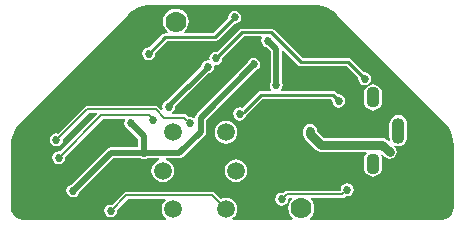
<source format=gbl>
%FSLAX25Y25*%
%MOIN*%
G70*
G01*
G75*
G04 Layer_Physical_Order=2*
G04 Layer_Color=16711680*
%ADD10R,0.01575X0.01772*%
%ADD11R,0.01772X0.01575*%
%ADD12R,0.08268X0.03543*%
%ADD13R,0.05906X0.01575*%
%ADD14R,0.03150X0.05709*%
%ADD15R,0.01969X0.01378*%
%ADD16R,0.04331X0.02362*%
%ADD17R,0.03740X0.02559*%
%ADD18R,0.03150X0.01575*%
%ADD19R,0.01575X0.03150*%
%ADD20O,0.01575X0.03150*%
%ADD21R,0.08268X0.08268*%
%ADD22R,0.03150X0.01181*%
%ADD23R,0.01181X0.03150*%
%ADD24O,0.01181X0.03150*%
%ADD25R,0.12598X0.12598*%
%ADD26R,0.10630X0.10630*%
%ADD27R,0.03347X0.01102*%
%ADD28R,0.01102X0.03347*%
%ADD29R,0.05315X0.05906*%
%ADD30R,0.02362X0.01969*%
%ADD31R,0.01969X0.02362*%
%ADD32R,0.01181X0.01575*%
G04:AMPARAMS|DCode=33|XSize=59.06mil|YSize=59.06mil|CornerRadius=14.76mil|HoleSize=0mil|Usage=FLASHONLY|Rotation=0.000|XOffset=0mil|YOffset=0mil|HoleType=Round|Shape=RoundedRectangle|*
%AMROUNDEDRECTD33*
21,1,0.05906,0.02953,0,0,0.0*
21,1,0.02953,0.05906,0,0,0.0*
1,1,0.02953,0.01476,-0.01476*
1,1,0.02953,-0.01476,-0.01476*
1,1,0.02953,-0.01476,0.01476*
1,1,0.02953,0.01476,0.01476*
%
%ADD33ROUNDEDRECTD33*%
%ADD34C,0.00800*%
%ADD35C,0.03000*%
%ADD36C,0.01500*%
%ADD37C,0.01000*%
%ADD38C,0.01900*%
%ADD39C,0.01300*%
%ADD40O,0.04331X0.08661*%
%ADD41O,0.04331X0.07087*%
%ADD42C,0.15748*%
%ADD43C,0.05906*%
%ADD44C,0.07000*%
%ADD45C,0.02700*%
%ADD46C,0.02000*%
G36*
X349487Y435475D02*
X351176Y435069D01*
X352781Y434405D01*
X354261Y433497D01*
X355573Y432377D01*
X355580Y432367D01*
X391422Y396524D01*
X391432Y396517D01*
X392552Y395206D01*
X393460Y393725D01*
X394124Y392121D01*
X394530Y390432D01*
X394665Y388713D01*
X394663Y388701D01*
Y367992D01*
X394665Y367981D01*
X394530Y366958D01*
X394131Y365994D01*
X393495Y365166D01*
X392668Y364531D01*
X391704Y364131D01*
X390680Y363997D01*
X390669Y363999D01*
X346795D01*
X346634Y364472D01*
X346877Y364659D01*
X347564Y365554D01*
X347996Y366597D01*
X348143Y367717D01*
X347996Y368836D01*
X347564Y369879D01*
X346877Y370774D01*
X347031Y371230D01*
X357480D01*
X357480Y371230D01*
X357944Y371322D01*
X358336Y371585D01*
X358665Y371914D01*
X359055Y371836D01*
X359889Y372002D01*
X360596Y372475D01*
X361069Y373182D01*
X361234Y374016D01*
X361069Y374850D01*
X360596Y375557D01*
X359889Y376029D01*
X359055Y376195D01*
X358221Y376029D01*
X357514Y375557D01*
X357042Y374850D01*
X356876Y374016D01*
X356577Y373652D01*
X338878D01*
X338415Y373559D01*
X338022Y373297D01*
X338022Y373297D01*
X337693Y372968D01*
X337303Y373045D01*
X336469Y372880D01*
X335762Y372407D01*
X335290Y371700D01*
X335124Y370866D01*
X335290Y370032D01*
X335762Y369325D01*
X336469Y368853D01*
X337303Y368687D01*
X338137Y368853D01*
X338844Y369325D01*
X339317Y370032D01*
X339482Y370866D01*
X339781Y371230D01*
X340606D01*
X340761Y370774D01*
X340074Y369879D01*
X339642Y368836D01*
X339494Y367717D01*
X339642Y366597D01*
X340074Y365554D01*
X340761Y364659D01*
X341004Y364472D01*
X340843Y363999D01*
X321034D01*
X320873Y364472D01*
X321368Y364852D01*
X321968Y365634D01*
X322345Y366543D01*
X322473Y367520D01*
X322345Y368496D01*
X321968Y369406D01*
X321368Y370187D01*
X320587Y370787D01*
X319677Y371164D01*
X318701Y371292D01*
X317724Y371164D01*
X317049Y370884D01*
X315029Y372903D01*
X314636Y373166D01*
X314173Y373258D01*
X314173Y373258D01*
X285433D01*
X285433Y373258D01*
X284970Y373166D01*
X284577Y372903D01*
X280705Y369031D01*
X280315Y369108D01*
X279481Y368942D01*
X278774Y368470D01*
X278302Y367763D01*
X278136Y366929D01*
X278302Y366095D01*
X278774Y365388D01*
X279481Y364916D01*
X280315Y364750D01*
X281149Y364916D01*
X281856Y365388D01*
X282328Y366095D01*
X282494Y366929D01*
X282417Y367319D01*
X285934Y370837D01*
X298385D01*
X298546Y370363D01*
X298317Y370187D01*
X297717Y369406D01*
X297340Y368496D01*
X297212Y367520D01*
X297340Y366543D01*
X297717Y365634D01*
X298317Y364852D01*
X298812Y364472D01*
X298651Y363999D01*
X251063D01*
X251052Y363997D01*
X250028Y364131D01*
X249065Y364531D01*
X248237Y365166D01*
X247602Y365994D01*
X247202Y366958D01*
X247068Y367981D01*
X247070Y367992D01*
Y388701D01*
X247067Y388713D01*
X247202Y390432D01*
X247608Y392121D01*
X248273Y393725D01*
X249180Y395206D01*
X250300Y396517D01*
X250310Y396524D01*
X286153Y432367D01*
X286160Y432377D01*
X287471Y433497D01*
X288952Y434405D01*
X290556Y435069D01*
X292245Y435475D01*
X293964Y435610D01*
X293976Y435607D01*
X347756D01*
X347768Y435610D01*
X349487Y435475D01*
D02*
G37*
%LPC*%
G36*
X376181Y398844D02*
X375410Y398743D01*
X374692Y398445D01*
X374075Y397972D01*
X373602Y397355D01*
X373304Y396637D01*
X373203Y395866D01*
Y391535D01*
X373304Y390765D01*
X373470Y390364D01*
X373055Y390086D01*
X372515Y390626D01*
X371759Y391131D01*
X370866Y391309D01*
X351360D01*
X349183Y393486D01*
Y393701D01*
X349005Y394593D01*
X348499Y395350D01*
X347743Y395855D01*
X346850Y396033D01*
X345958Y395855D01*
X345201Y395350D01*
X344696Y394593D01*
X344518Y393701D01*
Y392520D01*
X344518Y392520D01*
X344518D01*
X344696Y391627D01*
X345201Y390871D01*
X348745Y387327D01*
X348745D01*
X348745Y387327D01*
X348745Y387327D01*
Y387327D01*
X349501Y386822D01*
X350394Y386644D01*
X365462D01*
X365623Y386171D01*
X365611Y386161D01*
X365137Y385544D01*
X364840Y384826D01*
X364738Y384055D01*
Y381299D01*
X364840Y380528D01*
X365137Y379810D01*
X365611Y379193D01*
X366227Y378720D01*
X366946Y378422D01*
X367717Y378321D01*
X368487Y378422D01*
X369206Y378720D01*
X369823Y379193D01*
X370296Y379810D01*
X370593Y380528D01*
X370695Y381299D01*
Y384055D01*
X370593Y384826D01*
X370296Y385544D01*
X370694Y385850D01*
X371579Y384965D01*
X372336Y384459D01*
X373228Y384282D01*
X374121Y384459D01*
X374878Y384965D01*
X375383Y385722D01*
X375561Y386614D01*
X375383Y387507D01*
X374878Y388263D01*
X374732Y388409D01*
X375010Y388825D01*
X375410Y388659D01*
X376181Y388557D01*
X376952Y388659D01*
X377670Y388956D01*
X378287Y389429D01*
X378760Y390046D01*
X379058Y390765D01*
X379159Y391535D01*
Y395866D01*
X379058Y396637D01*
X378760Y397355D01*
X378287Y397972D01*
X377670Y398445D01*
X376952Y398743D01*
X376181Y398844D01*
D02*
G37*
G36*
X318701Y396883D02*
X317724Y396754D01*
X316815Y396377D01*
X316033Y395778D01*
X315434Y394997D01*
X315057Y394087D01*
X314928Y393110D01*
X315057Y392134D01*
X315434Y391224D01*
X316033Y390443D01*
X316815Y389843D01*
X317724Y389466D01*
X318701Y389338D01*
X319677Y389466D01*
X320587Y389843D01*
X321368Y390443D01*
X321968Y391224D01*
X322345Y392134D01*
X322473Y393110D01*
X322345Y394087D01*
X321968Y394997D01*
X321368Y395778D01*
X320587Y396377D01*
X319677Y396754D01*
X318701Y396883D01*
D02*
G37*
G36*
X322047Y384087D02*
X321071Y383959D01*
X320161Y383582D01*
X319380Y382982D01*
X318780Y382201D01*
X318403Y381291D01*
X318275Y380315D01*
X318403Y379339D01*
X318780Y378429D01*
X319380Y377647D01*
X320161Y377048D01*
X321071Y376671D01*
X322047Y376542D01*
X323024Y376671D01*
X323933Y377048D01*
X324715Y377647D01*
X325314Y378429D01*
X325691Y379339D01*
X325820Y380315D01*
X325691Y381291D01*
X325314Y382201D01*
X324715Y382982D01*
X323933Y383582D01*
X323024Y383959D01*
X322047Y384087D01*
D02*
G37*
G36*
X302000Y434324D02*
X300881Y434177D01*
X299838Y433745D01*
X298942Y433058D01*
X298255Y432162D01*
X297823Y431119D01*
X297676Y430000D01*
X297823Y428881D01*
X298255Y427838D01*
X298942Y426942D01*
X299402Y426589D01*
X299241Y426116D01*
X298425D01*
X297923Y426016D01*
X297752Y425902D01*
X297497Y425731D01*
X293183Y421417D01*
X292913Y421471D01*
X292079Y421305D01*
X291372Y420832D01*
X290900Y420125D01*
X290734Y419291D01*
X290900Y418457D01*
X291372Y417750D01*
X292079Y417278D01*
X292913Y417112D01*
X293747Y417278D01*
X294454Y417750D01*
X294927Y418457D01*
X295093Y419291D01*
X295039Y419561D01*
X298969Y423490D01*
X314961D01*
X315463Y423590D01*
X315889Y423875D01*
X315889Y423875D01*
X315889Y423875D01*
X321384Y429370D01*
X321654Y429317D01*
X322487Y429483D01*
X323195Y429955D01*
X323667Y430662D01*
X323833Y431496D01*
X323667Y432330D01*
X323195Y433037D01*
X322487Y433509D01*
X321654Y433675D01*
X320820Y433509D01*
X320113Y433037D01*
X319640Y432330D01*
X319474Y431496D01*
X319528Y431227D01*
X314417Y426116D01*
X304759D01*
X304598Y426589D01*
X305058Y426942D01*
X305745Y427838D01*
X306177Y428881D01*
X306324Y430000D01*
X306177Y431119D01*
X305745Y432162D01*
X305058Y433058D01*
X304162Y433745D01*
X303119Y434177D01*
X302000Y434324D01*
D02*
G37*
G36*
X333858Y427691D02*
X324016D01*
X323513Y427591D01*
X323088Y427306D01*
X315624Y419842D01*
X315354Y419896D01*
X314520Y419730D01*
X313813Y419257D01*
X313341Y418550D01*
X313175Y417717D01*
X313230Y417438D01*
X312877Y417085D01*
X312598Y417140D01*
X311765Y416974D01*
X311057Y416502D01*
X310585Y415795D01*
X310429Y415007D01*
X299164Y403743D01*
X298780Y403667D01*
X298073Y403195D01*
X297601Y402488D01*
X297435Y401653D01*
X297593Y400859D01*
X297152Y400623D01*
X296132Y401644D01*
X295739Y401906D01*
X295276Y401998D01*
X295275Y401998D01*
X272441D01*
X271978Y401906D01*
X271585Y401644D01*
X262594Y392653D01*
X262205Y392730D01*
X261371Y392565D01*
X260664Y392092D01*
X260191Y391385D01*
X260026Y390551D01*
X260191Y389717D01*
X260664Y389010D01*
X261371Y388538D01*
X262205Y388372D01*
X263039Y388538D01*
X263746Y389010D01*
X264218Y389717D01*
X264384Y390551D01*
X264306Y390941D01*
X272942Y399577D01*
X275558D01*
X275749Y399115D01*
X263382Y386747D01*
X262992Y386825D01*
X262158Y386659D01*
X261451Y386187D01*
X260979Y385480D01*
X260813Y384646D01*
X260979Y383812D01*
X261451Y383105D01*
X262158Y382632D01*
X262992Y382466D01*
X263826Y382632D01*
X264533Y383105D01*
X265005Y383812D01*
X265171Y384646D01*
X265094Y385035D01*
X277667Y397608D01*
X284939D01*
X285175Y397167D01*
X284995Y396897D01*
X284829Y396063D01*
X284995Y395229D01*
X285467Y394522D01*
X286174Y394050D01*
X286511Y393983D01*
X289516Y390977D01*
Y388043D01*
X280315D01*
X280315Y388043D01*
X279618Y387904D01*
X279026Y387509D01*
X267220Y375703D01*
X266883Y375635D01*
X266176Y375163D01*
X265703Y374456D01*
X265537Y373622D01*
X265703Y372788D01*
X266176Y372081D01*
X266883Y371609D01*
X267717Y371443D01*
X268550Y371609D01*
X269257Y372081D01*
X269730Y372788D01*
X269797Y373125D01*
X281070Y384398D01*
X290219D01*
X290505Y384207D01*
X291339Y384041D01*
X292173Y384207D01*
X292458Y384398D01*
X296440D01*
X296538Y383908D01*
X295752Y383582D01*
X294970Y382982D01*
X294371Y382201D01*
X293994Y381291D01*
X293865Y380315D01*
X293994Y379339D01*
X294371Y378429D01*
X294970Y377647D01*
X295752Y377048D01*
X296661Y376671D01*
X297638Y376542D01*
X298614Y376671D01*
X299524Y377048D01*
X300305Y377647D01*
X300905Y378429D01*
X301282Y379339D01*
X301410Y380315D01*
X301282Y381291D01*
X300905Y382201D01*
X300305Y382982D01*
X299524Y383582D01*
X298738Y383908D01*
X298835Y384398D01*
X303150D01*
X303150Y384398D01*
X303847Y384537D01*
X304438Y384932D01*
X311525Y392018D01*
X311920Y392610D01*
X312059Y393307D01*
X312059Y393307D01*
Y397277D01*
X328450Y413668D01*
X328787Y413735D01*
X329494Y414207D01*
X329966Y414914D01*
X330132Y415748D01*
X329966Y416582D01*
X329494Y417289D01*
X328787Y417761D01*
X327953Y417927D01*
X327119Y417761D01*
X326412Y417289D01*
X325939Y416582D01*
X325872Y416245D01*
X308948Y399320D01*
X308553Y398729D01*
X308414Y398031D01*
X307783Y397905D01*
X307527Y398076D01*
X306693Y398242D01*
X306303Y398165D01*
X305580Y398888D01*
X305188Y399150D01*
X304724Y399242D01*
X304724Y399242D01*
X300714D01*
X300569Y399721D01*
X301155Y400113D01*
X301628Y400820D01*
X301793Y401653D01*
X301746Y401892D01*
X312645Y412791D01*
X313432Y412947D01*
X314139Y413420D01*
X314612Y414127D01*
X314778Y414961D01*
X314722Y415239D01*
X315076Y415593D01*
X315354Y415537D01*
X316188Y415703D01*
X316895Y416176D01*
X317368Y416883D01*
X317534Y417717D01*
X317480Y417986D01*
X324559Y425065D01*
X330541D01*
X330776Y424624D01*
X330664Y424456D01*
X330498Y423622D01*
X330664Y422788D01*
X331136Y422081D01*
X331843Y421609D01*
X332180Y421542D01*
X333611Y420111D01*
Y409880D01*
X333420Y409594D01*
X333254Y408760D01*
X333420Y407926D01*
X333861Y407265D01*
X333625Y406824D01*
X330315D01*
X329813Y406725D01*
X329387Y406440D01*
X324129Y401182D01*
X324062Y401226D01*
X323228Y401392D01*
X322394Y401226D01*
X321687Y400754D01*
X321215Y400047D01*
X321049Y399213D01*
X321215Y398379D01*
X321687Y397672D01*
X322394Y397199D01*
X323228Y397033D01*
X324062Y397199D01*
X324769Y397672D01*
X325242Y398379D01*
X325326Y398801D01*
X325731Y399072D01*
X330859Y404199D01*
X353787D01*
X354173Y403813D01*
X354120Y403543D01*
X354286Y402709D01*
X354758Y402002D01*
X355465Y401530D01*
X356299Y401364D01*
X357133Y401530D01*
X357840Y402002D01*
X358313Y402709D01*
X358478Y403543D01*
X358313Y404377D01*
X357840Y405084D01*
X357133Y405557D01*
X356299Y405723D01*
X356030Y405669D01*
X355259Y406440D01*
X354833Y406725D01*
X354331Y406824D01*
X337241D01*
X337005Y407265D01*
X337446Y407926D01*
X337612Y408760D01*
X337446Y409594D01*
X337256Y409880D01*
Y420471D01*
X337717Y420662D01*
X342773Y415607D01*
X343198Y415323D01*
X343701Y415223D01*
X358905D01*
X362835Y411293D01*
X362781Y411024D01*
X362947Y410190D01*
X363420Y409483D01*
X364127Y409010D01*
X364961Y408844D01*
X365795Y409010D01*
X366502Y409483D01*
X366974Y410190D01*
X367140Y411024D01*
X366974Y411858D01*
X366502Y412565D01*
X365795Y413037D01*
X364961Y413203D01*
X364691Y413149D01*
X360377Y417464D01*
X359951Y417748D01*
X359449Y417848D01*
X344245D01*
X334786Y427306D01*
X334361Y427591D01*
X333858Y427691D01*
D02*
G37*
G36*
X367717Y409081D02*
X366946Y408979D01*
X366227Y408682D01*
X365611Y408208D01*
X365137Y407591D01*
X364840Y406873D01*
X364738Y406102D01*
Y403346D01*
X364840Y402576D01*
X365137Y401857D01*
X365611Y401240D01*
X366227Y400767D01*
X366946Y400470D01*
X367717Y400368D01*
X368487Y400470D01*
X369206Y400767D01*
X369823Y401240D01*
X370296Y401857D01*
X370593Y402576D01*
X370695Y403346D01*
Y406102D01*
X370593Y406873D01*
X370296Y407591D01*
X369823Y408208D01*
X369206Y408682D01*
X368487Y408979D01*
X367717Y409081D01*
D02*
G37*
%LPD*%
D34*
X295276Y400787D02*
X298031Y398031D01*
X272441Y400787D02*
X295276D01*
X262205Y390551D02*
X272441Y400787D01*
X292913Y398819D02*
X294488Y397244D01*
X277165Y398819D02*
X292913D01*
X262992Y384646D02*
X277165Y398819D01*
X298031Y398031D02*
X304724D01*
X306693Y396063D01*
X314173Y372047D02*
X318701Y367520D01*
X285433Y372047D02*
X314173D01*
X280315Y366929D02*
X285433Y372047D01*
X357480Y372441D02*
X359055Y374016D01*
X337303Y370866D02*
X338878Y372441D01*
X357480D01*
D35*
X362205Y388976D02*
X370866D01*
X350394D02*
X362205D01*
X346850Y392520D02*
X350394Y388976D01*
X346850Y392520D02*
Y393701D01*
X370866Y388976D02*
X373228Y386614D01*
D36*
X299453Y401815D02*
X312598Y414961D01*
D37*
X292913Y419291D02*
X298425Y424803D01*
X314961D01*
X321654Y431496D01*
X315354Y417717D02*
X324016Y426378D01*
X333858D01*
X343701Y416535D02*
X359449D01*
X333858Y426378D02*
X343701Y416535D01*
X359449D02*
X364961Y411024D01*
X354331Y405512D02*
X356299Y403543D01*
X330315Y405512D02*
X354331D01*
X324803Y400000D02*
X330315Y405512D01*
D40*
X376181Y393701D02*
D03*
D41*
X367717Y382677D02*
D03*
Y404724D02*
D03*
D42*
X346457Y426772D02*
D03*
X385827Y372835D02*
D03*
X255906D02*
D03*
D43*
X318701Y393110D02*
D03*
Y367520D02*
D03*
X300984Y393110D02*
D03*
Y367520D02*
D03*
X322047Y380315D02*
D03*
X297638D02*
D03*
D44*
X353819Y367717D02*
D03*
X343819D02*
D03*
X312000Y430000D02*
D03*
X302000D02*
D03*
D45*
X338886Y385992D02*
D03*
X342232Y382646D02*
D03*
Y385992D02*
D03*
Y389339D02*
D03*
X335539Y382646D02*
D03*
X338886D02*
D03*
X335539Y385992D02*
D03*
Y389339D02*
D03*
X338886D02*
D03*
X253543Y385039D02*
D03*
X337008Y399606D02*
D03*
X309055Y405905D02*
D03*
X281102Y380315D02*
D03*
X262992Y384646D02*
D03*
X292913Y419291D02*
D03*
X364961Y411024D02*
D03*
X335433Y408760D02*
D03*
X332677Y423622D02*
D03*
X321654Y431496D02*
D03*
X359842Y398031D02*
D03*
X356299Y403543D02*
D03*
X291339Y386221D02*
D03*
X327953Y415748D02*
D03*
X287008Y396063D02*
D03*
X350787Y394882D02*
D03*
X353150Y376772D02*
D03*
X350787Y375197D02*
D03*
X346850Y393701D02*
D03*
X312598Y414961D02*
D03*
X299614Y401653D02*
D03*
X362205Y388976D02*
D03*
X373228Y386614D02*
D03*
X365354Y399213D02*
D03*
X373228Y400787D02*
D03*
X337303Y370866D02*
D03*
X362205Y381102D02*
D03*
X315354Y417717D02*
D03*
X323228Y399213D02*
D03*
X267717Y373622D02*
D03*
X280315Y366929D02*
D03*
X306693Y396063D02*
D03*
X294488Y397244D02*
D03*
X262205Y390551D02*
D03*
X359055Y374016D02*
D03*
X346063Y408661D02*
D03*
Y412992D02*
D03*
X340945Y414961D02*
D03*
D46*
X332677Y423622D02*
X335433Y420866D01*
Y408760D02*
Y420866D01*
X310236Y398031D02*
X327953Y415748D01*
X310236Y393307D02*
Y398031D01*
X303150Y386221D02*
X310236Y393307D01*
X287008Y396063D02*
X291339Y391732D01*
Y386221D02*
Y391732D01*
X267717Y373622D02*
X280315Y386221D01*
X291339D01*
X303150D01*
M02*

</source>
